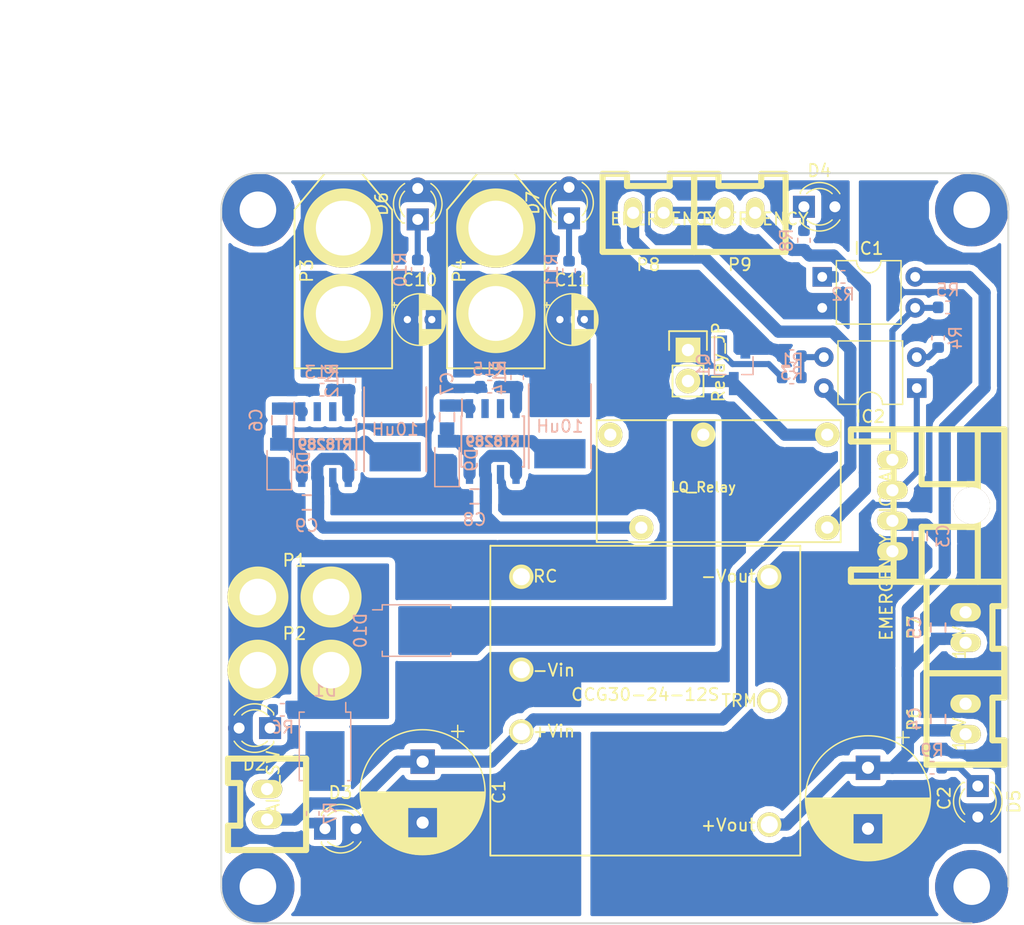
<source format=kicad_pcb>
(kicad_pcb (version 20171130) (host pcbnew "(5.0.2)-1")
  (layers (0 F.Cu signal) (31 B.Cu signal) (34 B.Paste user) (35 F.Paste user) (36 B.SilkS user) (37 F.SilkS user) (38 B.Mask user) (39 F.Mask user) (44 Edge.Cuts user))
  (net 0 "")
  (net 1 GNDPWR)
  (net 2 4Cell_BATT)
  (net 3 +12V)
  (net 4 GND)
  (net 5 "Net-(C6-Pad1)")
  (net 6 "Net-(C6-Pad2)")
  (net 7 "Net-(C7-Pad2)")
  (net 8 "Net-(C7-Pad1)")
  (net 9 +BATT)
  (net 10 7V_OUTA)
  (net 11 7V_OUTB)
  (net 12 "Net-(D2-Pad1)")
  (net 13 "Net-(D3-Pad1)")
  (net 14 "Net-(D4-Pad1)")
  (net 15 "Net-(D5-Pad1)")
  (net 16 "Net-(D6-Pad1)")
  (net 17 "Net-(D7-Pad1)")
  (net 18 /Relay_State)
  (net 19 "Net-(IC1-Pad1)")
  (net 20 /Force_Shutdown)
  (net 21 "Net-(IC2-Pad2)")
  (net 22 "Net-(IC2-Pad3)")
  (net 23 Relay_OUT)
  (net 24 "Net-(P8-Pad2)")
  (net 25 Relay_BATT)
  (net 26 "Net-(Q1-Pad1)")
  (net 27 "Net-(U1-Pad5)")
  (net 28 "Net-(U2-Pad4)")
  (net 29 DCDC_BATT)
  (net 30 "Net-(U3-Pad2)")
  (net 31 "Net-(U3-Pad3)")
  (net 32 "Net-(U4-Pad3)")
  (net 33 "Net-(U4-Pad2)")
  (net 34 "Net-(D1-Pad3)")
  (net 35 "Net-(D10-Pad3)")
  (net 36 /FB_A)
  (net 37 /FB_B)
  (module Mizz_lib:XA_2T (layer F.Cu) (at 182 43 180)
    (fp_text reference P9 (at 1.25 -4.25 180) (layer F.SilkS))
    (fp_text value EMERGENCY (at 0 -0.5 180) (layer F.SilkS))
    (pad 2 thru_hole oval (at 0 0 180) (size 1.5 2.5) (drill 1) (layers *.Cu *.Mask F.SilkS) (net 25 Relay_BATT))
    (pad 1 thru_hole oval (at 2.5 0 180) (size 1.5 2.5) (drill 1) (layers *.Cu *.Mask F.SilkS) (net 24 "Net-(P8-Pad2)"))
  )
  (module Capacitors_SMD:C_0603 (layer B.Cu) (at 195.5 69.5 90)
    (fp_text reference C3 (at 0 1.9 90) (layer B.SilkS) (effects (justify mirror)))
    (fp_text value 0.1u)
    (pad 2 smd rect (at 0.93 0 90) (size 1 1.2) (layers B.Cu B.Paste B.Mask) (net 3 +12V))
    (pad 1 smd rect (at -0.95 0 90) (size 1 1.2) (layers B.Cu B.Paste B.Mask) (net 4 GND))
  )
  (module Capacitors_SMD:C_0603 (layer B.Cu) (at 197 84.5 270)
    (fp_text reference C4 (at 0 1.9 270) (layer B.SilkS) (effects (justify mirror)))
    (fp_text value 0.1u)
    (pad 1 smd rect (at -0.95 0 270) (size 1 1.2) (layers B.Cu B.Paste B.Mask) (net 4 GND))
    (pad 2 smd rect (at 0.93 0 270) (size 1 1.2) (layers B.Cu B.Paste B.Mask) (net 3 +12V))
  )
  (module Capacitors_SMD:C_0603 (layer B.Cu) (at 197 77 270)
    (fp_text reference C5 (at 0 1.9 270) (layer B.SilkS) (effects (justify mirror)))
    (fp_text value 0.1u)
    (pad 1 smd rect (at -0.95 0 270) (size 1 1.2) (layers B.Cu B.Paste B.Mask) (net 4 GND))
    (pad 2 smd rect (at 0.93 0 270) (size 1 1.2) (layers B.Cu B.Paste B.Mask) (net 3 +12V))
  )
  (module Capacitors_SMD:C_0603 (layer B.Cu) (at 143 60 270)
    (fp_text reference C6 (at 0 1.9 270) (layer B.SilkS) (effects (justify mirror)))
    (fp_text value 10u)
    (pad 1 smd rect (at -0.95 0 270) (size 1 1.2) (layers B.Cu B.Paste B.Mask) (net 5 "Net-(C6-Pad1)"))
    (pad 2 smd rect (at 0.93 0 270) (size 1 1.2) (layers B.Cu B.Paste B.Mask) (net 6 "Net-(C6-Pad2)"))
  )
  (module Capacitors_SMD:C_0603 (layer B.Cu) (at 156.75 59.75 270)
    (fp_text reference C7 (at -2.75 0 270) (layer B.SilkS) (effects (justify mirror)))
    (fp_text value 10u)
    (pad 2 smd rect (at 0.93 0 270) (size 1 1.2) (layers B.Cu B.Paste B.Mask) (net 7 "Net-(C7-Pad2)"))
    (pad 1 smd rect (at -0.95 0 270) (size 1 1.2) (layers B.Cu B.Paste B.Mask) (net 8 "Net-(C7-Pad1)"))
  )
  (module Capacitors_SMD:C_0603 (layer B.Cu) (at 159 66.25)
    (fp_text reference C8 (at 0 1.9) (layer B.SilkS) (effects (justify mirror)))
    (fp_text value 10u)
    (pad 2 smd rect (at 0.93 0) (size 1 1.2) (layers B.Cu B.Paste B.Mask) (net 29 DCDC_BATT))
    (pad 1 smd rect (at -0.95 0) (size 1 1.2) (layers B.Cu B.Paste B.Mask) (net 1 GNDPWR))
  )
  (module Capacitors_SMD:C_0603 (layer B.Cu) (at 145.25 66.75)
    (fp_text reference C9 (at 0 1.9) (layer B.SilkS) (effects (justify mirror)))
    (fp_text value 10u)
    (pad 1 smd rect (at -0.95 0) (size 1 1.2) (layers B.Cu B.Paste B.Mask) (net 1 GNDPWR))
    (pad 2 smd rect (at 0.93 0) (size 1 1.2) (layers B.Cu B.Paste B.Mask) (net 29 DCDC_BATT))
  )
  (module Capacitor_THT:CP_Radial_D4.0mm_P2.00mm (layer F.Cu) (at 153.5 51.75)
    (fp_text reference C10 (at 1 -3.25) (layer F.SilkS))
    (fp_text value 47u)
    (pad 2 thru_hole circle (at 2 0) (size 1.2 1.2) (drill 0.6) (layers *.Cu *.Mask) (net 1 GNDPWR))
    (pad 1 thru_hole rect (at 0 0) (size 1.2 1.2) (drill 0.6) (layers *.Cu *.Mask) (net 10 7V_OUTA))
  )
  (module Capacitor_THT:CP_Radial_D4.0mm_P2.00mm (layer F.Cu) (at 166 51.75)
    (fp_text reference C11 (at 1 -3.25) (layer F.SilkS))
    (fp_text value 47u)
    (pad 1 thru_hole rect (at 0 0) (size 1.2 1.2) (drill 0.6) (layers *.Cu *.Mask) (net 11 7V_OUTB))
    (pad 2 thru_hole circle (at 2 0) (size 1.2 1.2) (drill 0.6) (layers *.Cu *.Mask) (net 1 GNDPWR))
  )
  (module Package_TO_SOT_SMD:TO-277B (layer B.Cu) (at 146.75 86.75 180)
    (fp_text reference D1 (at 0 4.6) (layer B.SilkS) (effects (justify mirror)))
    (fp_text value SBR_DIODE)
    (pad 1 smd rect (at -0.97 3.15 180) (size 0.95 1) (layers B.Cu B.Paste B.Mask) (net 9 +BATT))
    (pad 3 smd rect (at 0 -1.2 180) (size 3.2 4.9) (layers B.Cu B.Mask) (net 34 "Net-(D1-Pad3)"))
    (pad 2 smd rect (at 0.97 3.15 180) (size 0.95 1) (layers B.Cu B.Paste B.Mask) (net 9 +BATT))
  )
  (module LED_THT:LED_D3.0mm_Clear (layer F.Cu) (at 142.25 85.25 180)
    (fp_text reference D2 (at 1.27 -2.96 180) (layer F.SilkS))
    (fp_text value BATT)
    (pad 1 thru_hole rect (at 0 0 180) (size 1.8 1.8) (drill 0.9) (layers *.Cu *.Mask) (net 12 "Net-(D2-Pad1)"))
    (pad 2 thru_hole circle (at 2.54 0 180) (size 1.8 1.8) (drill 0.9) (layers *.Cu *.Mask) (net 1 GNDPWR))
  )
  (module LED_THT:LED_D3.0mm_Clear (layer F.Cu) (at 146.75 93.5)
    (fp_text reference D3 (at 1.27 -2.96) (layer F.SilkS))
    (fp_text value 4Cell_BATT)
    (pad 2 thru_hole circle (at 2.54 0) (size 1.8 1.8) (drill 0.9) (layers *.Cu *.Mask) (net 1 GNDPWR))
    (pad 1 thru_hole rect (at 0 0) (size 1.8 1.8) (drill 0.9) (layers *.Cu *.Mask) (net 13 "Net-(D3-Pad1)"))
  )
  (module LED_THT:LED_D3.0mm_Clear (layer F.Cu) (at 186 42.5)
    (fp_text reference D4 (at 1.27 -2.96) (layer F.SilkS))
    (fp_text value Relay)
    (pad 1 thru_hole rect (at 0 0) (size 1.8 1.8) (drill 0.9) (layers *.Cu *.Mask) (net 14 "Net-(D4-Pad1)"))
    (pad 2 thru_hole circle (at 2.54 0) (size 1.8 1.8) (drill 0.9) (layers *.Cu *.Mask) (net 1 GNDPWR))
  )
  (module LED_THT:LED_D3.0mm_Clear (layer F.Cu) (at 200.25 90 270)
    (fp_text reference D5 (at 1.27 -2.96 270) (layer F.SilkS))
    (fp_text value 12V)
    (pad 2 thru_hole circle (at 2.54 0 270) (size 1.8 1.8) (drill 0.9) (layers *.Cu *.Mask) (net 4 GND))
    (pad 1 thru_hole rect (at 0 0 270) (size 1.8 1.8) (drill 0.9) (layers *.Cu *.Mask) (net 15 "Net-(D5-Pad1)"))
  )
  (module LED_THT:LED_D3.0mm_Clear (layer F.Cu) (at 154.35 43.54 90)
    (fp_text reference D6 (at 1.27 -2.96 90) (layer F.SilkS))
    (fp_text value OUT_A)
    (pad 1 thru_hole rect (at 0 0 90) (size 1.8 1.8) (drill 0.9) (layers *.Cu *.Mask) (net 16 "Net-(D6-Pad1)"))
    (pad 2 thru_hole circle (at 2.54 0 90) (size 1.8 1.8) (drill 0.9) (layers *.Cu *.Mask) (net 1 GNDPWR))
  )
  (module LED_THT:LED_D3.0mm_Clear (layer F.Cu) (at 166.75 43.45 90)
    (fp_text reference D7 (at 1.27 -2.96 90) (layer F.SilkS))
    (fp_text value OUT_B)
    (pad 2 thru_hole circle (at 2.54 0 90) (size 1.8 1.8) (drill 0.9) (layers *.Cu *.Mask) (net 1 GNDPWR))
    (pad 1 thru_hole rect (at 0 0 90) (size 1.8 1.8) (drill 0.9) (layers *.Cu *.Mask) (net 17 "Net-(D7-Pad1)"))
  )
  (module Diode_SMD:D_PowerDI-123 (layer B.Cu) (at 143 63.5 90)
    (fp_text reference D8 (at 0 2 90) (layer B.SilkS) (effects (justify mirror)))
    (fp_text value DIODESCH)
    (pad 1 smd rect (at -0.85 0 270) (size 2.4 1.5) (layers B.Cu B.Paste B.Mask) (net 1 GNDPWR))
    (pad 2 smd rect (at 1.525 0 270) (size 1.05 1.5) (layers B.Cu B.Paste B.Mask) (net 6 "Net-(C6-Pad2)"))
  )
  (module Diode_SMD:D_PowerDI-123 (layer B.Cu) (at 156.75 63.25 90)
    (fp_text reference D9 (at 0 2 90) (layer B.SilkS) (effects (justify mirror)))
    (fp_text value DIODESCH)
    (pad 2 smd rect (at 1.525 0 270) (size 1.05 1.5) (layers B.Cu B.Paste B.Mask) (net 7 "Net-(C7-Pad2)"))
    (pad 1 smd rect (at -0.85 0 270) (size 2.4 1.5) (layers B.Cu B.Paste B.Mask) (net 1 GNDPWR))
  )
  (module Mizz_lib:Pin_Header_Straight_1x02 (layer F.Cu) (at 176.5 54.25)
    (fp_text reference JP1 hide)
    (fp_text value Relay_JP (at 2.5 1 90) (layer F.SilkS))
    (pad 2 thru_hole oval (at 0 2.54) (size 2.032 2.032) (drill 1.016) (layers *.Cu *.Mask F.SilkS) (net 23 Relay_OUT))
    (pad 1 thru_hole rect (at 0 0) (size 2.032 2.032) (drill 1.016) (layers *.Cu *.Mask F.SilkS) (net 1 GNDPWR))
  )
  (module Mizz_lib:Inductor_Taiyo-Yuden_NR-50xx_HandSoldering (layer B.Cu) (at 152.5 60.75 90)
    (fp_text reference L1 hide)
    (fp_text value 10uH (at 0 0) (layer B.SilkS) (effects (justify mirror)))
    (pad 1 smd rect (at -2.25 0 90) (size 2.4 4.2) (layers B.Cu B.Paste B.Mask) (net 6 "Net-(C6-Pad2)"))
    (pad 2 smd rect (at 2.25 0 90) (size 2.4 4.2) (layers B.Cu B.Paste B.Mask) (net 10 7V_OUTA))
  )
  (module Mizz_lib:Inductor_Taiyo-Yuden_NR-50xx_HandSoldering (layer B.Cu) (at 166 60.5 90)
    (fp_text reference L2 hide)
    (fp_text value 10uH (at 0 0) (layer B.SilkS) (effects (justify mirror)))
    (pad 2 smd rect (at 2.25 0 90) (size 2.4 4.2) (layers B.Cu B.Paste B.Mask) (net 11 7V_OUTB))
    (pad 1 smd rect (at -2.25 0 90) (size 2.4 4.2) (layers B.Cu B.Paste B.Mask) (net 7 "Net-(C7-Pad2)"))
  )
  (module RP_KiCAD_Connector:XT60_T (layer F.Cu) (at 148.25 47.75 270)
    (fp_text reference P3 (at 0 3 270) (layer F.SilkS))
    (fp_text value OUT_A)
    (pad 2 thru_hole circle (at 3.5 0 270) (size 6.5 6.5) (drill 4.5) (layers *.Cu *.Mask F.SilkS) (net 10 7V_OUTA))
    (pad 1 thru_hole circle (at -3.5 0 270) (size 6.5 6.5) (drill 4.5) (layers *.Cu *.Mask F.SilkS) (net 1 GNDPWR))
  )
  (module RP_KiCAD_Connector:XT60_T (layer F.Cu) (at 160.75 47.75 270)
    (fp_text reference P4 (at 0 3 270) (layer F.SilkS))
    (fp_text value OUT_B)
    (pad 1 thru_hole circle (at -3.5 0 270) (size 6.5 6.5) (drill 4.5) (layers *.Cu *.Mask F.SilkS) (net 1 GNDPWR))
    (pad 2 thru_hole circle (at 3.5 0 270) (size 6.5 6.5) (drill 4.5) (layers *.Cu *.Mask F.SilkS) (net 11 7V_OUTB))
  )
  (module Package_TO_SOT_SMD:SOT-23_Handsoldering (layer B.Cu) (at 180.25 55.5 270)
    (fp_text reference Q1 (at 0 2.5 270) (layer B.SilkS) (effects (justify mirror)))
    (fp_text value MOSFET_N)
    (pad 1 smd rect (at -1.5 0.95 270) (size 1.9 0.8) (layers B.Cu B.Paste B.Mask) (net 26 "Net-(Q1-Pad1)"))
    (pad 2 smd rect (at -1.5 -0.95 270) (size 1.9 0.8) (layers B.Cu B.Paste B.Mask) (net 1 GNDPWR))
    (pad 3 smd rect (at 1.5 0 270) (size 1.9 0.8) (layers B.Cu B.Paste B.Mask) (net 23 Relay_OUT))
  )
  (module Resistor_SMD:R_0603_1608Metric (layer B.Cu) (at 185 56.5 180)
    (fp_text reference R1 (at 0 1.43 180) (layer B.SilkS) (effects (justify mirror)))
    (fp_text value 10)
    (pad 1 smd roundrect (at -0.7875 0 180) (size 0.875 0.95) (layers B.Cu B.Paste B.Mask) (net 22 "Net-(IC2-Pad3)"))
    (pad 2 smd roundrect (at 0.7875 0 180) (size 0.875 0.95) (layers B.Cu B.Paste B.Mask) (net 26 "Net-(Q1-Pad1)"))
  )
  (module Resistor_SMD:R_0603_1608Metric (layer B.Cu) (at 189.2 48.25)
    (fp_text reference R2 (at 0 1.43) (layer B.SilkS) (effects (justify mirror)))
    (fp_text value 2.2k)
    (pad 1 smd roundrect (at -0.7875 0) (size 0.875 0.95) (layers B.Cu B.Paste B.Mask) (net 19 "Net-(IC1-Pad1)"))
    (pad 2 smd roundrect (at 0.7875 0) (size 0.875 0.95) (layers B.Cu B.Paste B.Mask) (net 25 Relay_BATT))
  )
  (module Resistor_SMD:R_0603_1608Metric (layer B.Cu) (at 185 54.75)
    (fp_text reference R3 (at 0 1.43) (layer B.SilkS) (effects (justify mirror)))
    (fp_text value 10k)
    (pad 1 smd roundrect (at -0.7875 0) (size 0.875 0.95) (layers B.Cu B.Paste B.Mask) (net 1 GNDPWR))
    (pad 2 smd roundrect (at 0.7875 0) (size 0.875 0.95) (layers B.Cu B.Paste B.Mask) (net 22 "Net-(IC2-Pad3)"))
  )
  (module Resistor_SMD:R_0603_1608Metric (layer B.Cu) (at 197 53.25 90)
    (fp_text reference R4 (at 0 1.43 90) (layer B.SilkS) (effects (justify mirror)))
    (fp_text value 330)
    (pad 2 smd roundrect (at 0.7875 0 90) (size 0.875 0.95) (layers B.Cu B.Paste B.Mask) (net 4 GND))
    (pad 1 smd roundrect (at -0.7875 0 90) (size 0.875 0.95) (layers B.Cu B.Paste B.Mask) (net 21 "Net-(IC2-Pad2)"))
  )
  (module Resistor_SMD:R_0603_1608Metric (layer B.Cu) (at 197.7875 50.75 180)
    (fp_text reference R5 (at 0 1.43 180) (layer B.SilkS) (effects (justify mirror)))
    (fp_text value 10k)
    (pad 2 smd roundrect (at 0.7875 0 180) (size 0.875 0.95) (layers B.Cu B.Paste B.Mask) (net 18 /Relay_State))
    (pad 1 smd roundrect (at -0.7875 0 180) (size 0.875 0.95) (layers B.Cu B.Paste B.Mask) (net 4 GND))
  )
  (module Resistor_SMD:R_0603_1608Metric (layer B.Cu) (at 143.25 83.75)
    (fp_text reference R6 (at 0 1.43) (layer B.SilkS) (effects (justify mirror)))
    (fp_text value 2.2k)
    (pad 1 smd roundrect (at -0.7875 0) (size 0.875 0.95) (layers B.Cu B.Paste B.Mask) (net 12 "Net-(D2-Pad1)"))
    (pad 2 smd roundrect (at 0.7875 0) (size 0.875 0.95) (layers B.Cu B.Paste B.Mask) (net 9 +BATT))
  )
  (module Resistor_SMD:R_0603_1608Metric (layer B.Cu) (at 145.75 92.25 90)
    (fp_text reference R7 (at 0 1.43 90) (layer B.SilkS) (effects (justify mirror)))
    (fp_text value 2.2k)
    (pad 2 smd roundrect (at 0.7875 0 90) (size 0.875 0.95) (layers B.Cu B.Paste B.Mask) (net 2 4Cell_BATT))
    (pad 1 smd roundrect (at -0.7875 0 90) (size 0.875 0.95) (layers B.Cu B.Paste B.Mask) (net 13 "Net-(D3-Pad1)"))
  )
  (module Resistor_SMD:R_0603_1608Metric (layer B.Cu) (at 186 45.25 270)
    (fp_text reference R8 (at 0 1.43 270) (layer B.SilkS) (effects (justify mirror)))
    (fp_text value 2.2k)
    (pad 2 smd roundrect (at 0.7875 0 270) (size 0.875 0.95) (layers B.Cu B.Paste B.Mask) (net 25 Relay_BATT))
    (pad 1 smd roundrect (at -0.7875 0 270) (size 0.875 0.95) (layers B.Cu B.Paste B.Mask) (net 14 "Net-(D4-Pad1)"))
  )
  (module Resistor_SMD:R_0603_1608Metric (layer B.Cu) (at 196.5 88.5 180)
    (fp_text reference R9 (at 0 1.43 180) (layer B.SilkS) (effects (justify mirror)))
    (fp_text value 2.2k)
    (pad 1 smd roundrect (at -0.7875 0 180) (size 0.875 0.95) (layers B.Cu B.Paste B.Mask) (net 15 "Net-(D5-Pad1)"))
    (pad 2 smd roundrect (at 0.7875 0 180) (size 0.875 0.95) (layers B.Cu B.Paste B.Mask) (net 3 +12V))
  )
  (module Resistor_SMD:R_0603_1608Metric (layer B.Cu) (at 154.35 47.65 270)
    (fp_text reference R10 (at 0 1.43 270) (layer B.SilkS) (effects (justify mirror)))
    (fp_text value 1k)
    (pad 2 smd roundrect (at 0.7875 0 270) (size 0.875 0.95) (layers B.Cu B.Paste B.Mask) (net 10 7V_OUTA))
    (pad 1 smd roundrect (at -0.7875 0 270) (size 0.875 0.95) (layers B.Cu B.Paste B.Mask) (net 16 "Net-(D6-Pad1)"))
  )
  (module Resistor_SMD:R_0603_1608Metric (layer B.Cu) (at 166.75 47.75 270)
    (fp_text reference R11 (at 0 1.43 270) (layer B.SilkS) (effects (justify mirror)))
    (fp_text value 1k)
    (pad 1 smd roundrect (at -0.7875 0 270) (size 0.875 0.95) (layers B.Cu B.Paste B.Mask) (net 17 "Net-(D7-Pad1)"))
    (pad 2 smd roundrect (at 0.7875 0 270) (size 0.875 0.95) (layers B.Cu B.Paste B.Mask) (net 11 7V_OUTB))
  )
  (module Resistor_SMD:R_0603_1608Metric (layer B.Cu) (at 148.75 56.75 270)
    (fp_text reference R12 (at 0 1.43 270) (layer B.SilkS) (effects (justify mirror)))
    (fp_text value 10k)
    (pad 2 smd roundrect (at 0.7875 0 270) (size 0.875 0.95) (layers B.Cu B.Paste B.Mask) (net 36 /FB_A))
    (pad 1 smd roundrect (at -0.7875 0 270) (size 0.875 0.95) (layers B.Cu B.Paste B.Mask) (net 10 7V_OUTA))
  )
  (module Resistor_SMD:R_0603_1608Metric (layer B.Cu) (at 146.5 57.5 180)
    (fp_text reference R13 (at 0 1.43 180) (layer B.SilkS) (effects (justify mirror)))
    (fp_text value 2.2k)
    (pad 1 smd roundrect (at -0.7875 0 180) (size 0.875 0.95) (layers B.Cu B.Paste B.Mask) (net 36 /FB_A))
    (pad 2 smd roundrect (at 0.7875 0 180) (size 0.875 0.95) (layers B.Cu B.Paste B.Mask) (net 1 GNDPWR))
  )
  (module Resistor_SMD:R_0603_1608Metric (layer B.Cu) (at 162.5 56.5 270)
    (fp_text reference R14 (at 0 1.43 270) (layer B.SilkS) (effects (justify mirror)))
    (fp_text value 10k)
    (pad 1 smd roundrect (at -0.7875 0 270) (size 0.875 0.95) (layers B.Cu B.Paste B.Mask) (net 11 7V_OUTB))
    (pad 2 smd roundrect (at 0.7875 0 270) (size 0.875 0.95) (layers B.Cu B.Paste B.Mask) (net 37 /FB_B))
  )
  (module Resistor_SMD:R_0603_1608Metric (layer B.Cu) (at 160.25 57.25 180)
    (fp_text reference R15 (at 0 1.43 180) (layer B.SilkS) (effects (justify mirror)))
    (fp_text value 2.2k)
    (pad 2 smd roundrect (at 0.7875 0 180) (size 0.875 0.95) (layers B.Cu B.Paste B.Mask) (net 1 GNDPWR))
    (pad 1 smd roundrect (at -0.7875 0 180) (size 0.875 0.95) (layers B.Cu B.Paste B.Mask) (net 37 /FB_B))
  )
  (module Mizz_lib:CCG30-24-xxS (layer F.Cu) (at 173 83)
    (fp_text reference U1 hide)
    (fp_text value CCG30-24-12S (at 0 -0.5) (layer F.SilkS))
    (fp_text user -Vout (at 6.8 -10.2) (layer F.SilkS))
    (fp_text user TRM (at 7.7 0) (layer F.SilkS))
    (fp_text user +Vout (at 6.8 10.2) (layer F.SilkS))
    (fp_text user +Vin (at -7.5 2.5) (layer F.SilkS))
    (fp_text user -Vin (at -7.5 -2.5) (layer F.SilkS))
    (fp_text user RC (at -8.2 -10.2) (layer F.SilkS))
    (pad 1 thru_hole circle (at -10.16 -10.16) (size 2 2) (drill 1.4) (layers *.Cu *.Mask F.SilkS) (net 1 GNDPWR))
    (pad 2 thru_hole circle (at -10.16 -2.54) (size 2 2) (drill 1.4) (layers *.Cu *.Mask F.SilkS) (net 1 GNDPWR))
    (pad 3 thru_hole circle (at -10.16 2.54) (size 2 2) (drill 1.4) (layers *.Cu *.Mask F.SilkS) (net 2 4Cell_BATT))
    (pad 4 thru_hole circle (at 10.16 -10.16) (size 2 2) (drill 1.4) (layers *.Cu *.Mask F.SilkS) (net 4 GND))
    (pad 5 thru_hole circle (at 10.16 0) (size 2 2) (drill 1.4) (layers *.Cu *.Mask F.SilkS) (net 27 "Net-(U1-Pad5)"))
    (pad 6 thru_hole circle (at 10.16 10.16) (size 2 2) (drill 1.4) (layers *.Cu *.Mask F.SilkS) (net 3 +12V))
  )
  (module Mizz_lib:LQ_Relay (layer F.Cu) (at 177.75 65 180)
    (fp_text reference U2 hide)
    (fp_text value LQ_Relay (at 0 -0.5 180) (layer F.SilkS) (effects (font (size 0.8 0.8))))
    (pad 1 thru_hole circle (at -10.16 -3.81 180) (size 2 2) (drill 1) (layers *.Cu *.Mask F.SilkS) (net 25 Relay_BATT))
    (pad 2 thru_hole circle (at -10.16 3.81 180) (size 2 2) (drill 1) (layers *.Cu *.Mask F.SilkS) (net 23 Relay_OUT))
    (pad 3 thru_hole circle (at 0 3.81 180) (size 2 2) (drill 1) (layers *.Cu *.Mask F.SilkS) (net 35 "Net-(D10-Pad3)"))
    (pad 4 thru_hole circle (at 7.62 3.81 180) (size 2 2) (drill 1) (layers *.Cu *.Mask F.SilkS) (net 28 "Net-(U2-Pad4)"))
    (pad 5 thru_hole circle (at 5.08 -3.81 180) (size 2 2) (drill 1) (layers *.Cu *.Mask F.SilkS) (net 29 DCDC_BATT))
  )
  (module Mizz_lib:SOIC-8_3.9x4.9mm_Pitch1.27mm (layer B.Cu) (at 146.75 62 270)
    (fp_text reference U3 hide)
    (fp_text value RT8289 (at 0 0) (layer B.SilkS) (effects (font (size 0.8 0.8) (thickness 0.2)) (justify mirror)))
    (pad 1 smd rect (at -2.7 1.905 270) (size 1.55 0.6) (layers B.Cu B.Paste B.Mask) (net 5 "Net-(C6-Pad1)"))
    (pad 2 smd rect (at -2.7 0.635 270) (size 1.55 0.6) (layers B.Cu B.Paste B.Mask) (net 30 "Net-(U3-Pad2)"))
    (pad 3 smd rect (at -2.7 -0.635 270) (size 1.55 0.6) (layers B.Cu B.Paste B.Mask) (net 31 "Net-(U3-Pad3)"))
    (pad 4 smd rect (at -2.7 -1.905 270) (size 1.55 0.6) (layers B.Cu B.Paste B.Mask) (net 36 /FB_A))
    (pad 5 smd rect (at 2.7 -1.905 270) (size 1.55 0.6) (layers B.Cu B.Paste B.Mask) (net 29 DCDC_BATT))
    (pad 6 smd rect (at 2.7 -0.635 270) (size 1.55 0.6) (layers B.Cu B.Paste B.Mask) (net 1 GNDPWR))
    (pad 7 smd rect (at 2.7 0.635 270) (size 1.55 0.6) (layers B.Cu B.Paste B.Mask) (net 29 DCDC_BATT))
    (pad 8 smd rect (at 2.7 1.905 270) (size 1.55 0.6) (layers B.Cu B.Paste B.Mask) (net 6 "Net-(C6-Pad2)"))
  )
  (module Mizz_lib:SOIC-8_3.9x4.9mm_Pitch1.27mm (layer B.Cu) (at 160.5 61.75 270)
    (fp_text reference U4 hide)
    (fp_text value RT8289 (at 0 0) (layer B.SilkS) (effects (font (size 0.8 0.8) (thickness 0.2)) (justify mirror)))
    (pad 8 smd rect (at 2.7 1.905 270) (size 1.55 0.6) (layers B.Cu B.Paste B.Mask) (net 7 "Net-(C7-Pad2)"))
    (pad 7 smd rect (at 2.7 0.635 270) (size 1.55 0.6) (layers B.Cu B.Paste B.Mask) (net 29 DCDC_BATT))
    (pad 6 smd rect (at 2.7 -0.635 270) (size 1.55 0.6) (layers B.Cu B.Paste B.Mask) (net 1 GNDPWR))
    (pad 5 smd rect (at 2.7 -1.905 270) (size 1.55 0.6) (layers B.Cu B.Paste B.Mask) (net 29 DCDC_BATT))
    (pad 4 smd rect (at -2.7 -1.905 270) (size 1.55 0.6) (layers B.Cu B.Paste B.Mask) (net 37 /FB_B))
    (pad 3 smd rect (at -2.7 -0.635 270) (size 1.55 0.6) (layers B.Cu B.Paste B.Mask) (net 32 "Net-(U4-Pad3)"))
    (pad 2 smd rect (at -2.7 0.635 270) (size 1.55 0.6) (layers B.Cu B.Paste B.Mask) (net 33 "Net-(U4-Pad2)"))
    (pad 1 smd rect (at -2.7 1.905 270) (size 1.55 0.6) (layers B.Cu B.Paste B.Mask) (net 8 "Net-(C7-Pad1)"))
  )
  (module Capacitor_THT:CP_Radial_D10.0mm_P5.00mm (layer F.Cu) (at 154.75 88 270)
    (fp_text reference C1 (at 2.5 -6.25 270) (layer F.SilkS))
    (fp_text value 470u)
    (pad 2 thru_hole circle (at 5 0 270) (size 2 2) (drill 1) (layers *.Cu *.Mask) (net 1 GNDPWR))
    (pad 1 thru_hole rect (at 0 0 270) (size 2 2) (drill 1) (layers *.Cu *.Mask) (net 2 4Cell_BATT))
  )
  (module Capacitor_THT:CP_Radial_D10.0mm_P5.00mm (layer F.Cu) (at 191.25 88.5 270)
    (fp_text reference C2 (at 2.5 -6.25 270) (layer F.SilkS))
    (fp_text value 470u)
    (pad 1 thru_hole rect (at 0 0 270) (size 2 2) (drill 1) (layers *.Cu *.Mask) (net 3 +12V))
    (pad 2 thru_hole circle (at 5 0 270) (size 2 2) (drill 1) (layers *.Cu *.Mask) (net 4 GND))
  )
  (module Mizz_lib:PIN2 (layer F.Cu) (at 144.25 74.5 180)
    (fp_text reference P1 (at 0 3 180) (layer F.SilkS))
    (fp_text value BATT_IN)
    (pad 2 thru_hole circle (at -3 0 180) (size 5 5) (drill 3) (layers *.Cu *.Mask F.SilkS) (net 9 +BATT))
    (pad 1 thru_hole circle (at 3 0 180) (size 5 5) (drill 3) (layers *.Cu *.Mask F.SilkS) (net 1 GNDPWR))
  )
  (module Mizz_lib:PIN2 (layer F.Cu) (at 144.25 80.5 180)
    (fp_text reference P2 (at 0 3 180) (layer F.SilkS))
    (fp_text value BATT_IN)
    (pad 1 thru_hole circle (at 3 0 180) (size 5 5) (drill 3) (layers *.Cu *.Mask F.SilkS) (net 1 GNDPWR))
    (pad 2 thru_hole circle (at -3 0 180) (size 5 5) (drill 3) (layers *.Cu *.Mask F.SilkS) (net 9 +BATT))
  )
  (module Mizz_lib:XA_4LC (layer F.Cu) (at 193.25 70.75 90)
    (fp_text reference P5 hide)
    (fp_text value EMERGENCY_SIGNAL (at 0 -0.5 90) (layer F.SilkS))
    (pad 1 thru_hole oval (at 0 0 90) (size 1.5 2.5) (drill 1) (layers *.Cu *.Mask F.SilkS) (net 4 GND))
    (pad 2 thru_hole oval (at 2.5 0 90) (size 1.5 2.5) (drill 1) (layers *.Cu *.Mask F.SilkS) (net 3 +12V))
    (pad 3 thru_hole oval (at 5 0 90) (size 1.5 2.5) (drill 1) (layers *.Cu *.Mask F.SilkS) (net 20 /Force_Shutdown))
    (pad 4 thru_hole oval (at 7.5 0 90) (size 1.5 2.5) (drill 1) (layers *.Cu *.Mask F.SilkS) (net 18 /Relay_State))
    (pad "" thru_hole circle (at 3.75 6.5 90) (size 3 3) (drill 3) (layers *.Cu *.Mask F.SilkS) (clearance -0.3))
  )
  (module Mizz_lib:XA_2T (layer F.Cu) (at 199.25 85.75 90)
    (fp_text reference P6 (at 1.25 -4.25 90) (layer F.SilkS))
    (fp_text value 12V (at 0 -0.5 90) (layer F.SilkS))
    (pad 2 thru_hole oval (at 0 0 90) (size 1.5 2.5) (drill 1) (layers *.Cu *.Mask F.SilkS) (net 3 +12V))
    (pad 1 thru_hole oval (at 2.5 0 90) (size 1.5 2.5) (drill 1) (layers *.Cu *.Mask F.SilkS) (net 4 GND))
  )
  (module Mizz_lib:XA_2T (layer F.Cu) (at 199.25 78.25 90)
    (fp_text reference P7 (at 1.25 -4.25 90) (layer F.SilkS))
    (fp_text value 12V (at 0 -0.5 90) (layer F.SilkS))
    (pad 1 thru_hole oval (at 2.5 0 90) (size 1.5 2.5) (drill 1) (layers *.Cu *.Mask F.SilkS) (net 4 GND))
    (pad 2 thru_hole oval (at 0 0 90) (size 1.5 2.5) (drill 1) (layers *.Cu *.Mask F.SilkS) (net 3 +12V))
  )
  (module Mizz_lib:XA_2T (layer F.Cu) (at 174.5 43 180)
    (fp_text reference P8 (at 1.25 -4.25 180) (layer F.SilkS))
    (fp_text value EMERGENCY (at 0 -0.5 180) (layer F.SilkS))
    (pad 1 thru_hole oval (at 2.5 0 180) (size 1.5 2.5) (drill 1) (layers *.Cu *.Mask F.SilkS) (net 2 4Cell_BATT))
    (pad 2 thru_hole oval (at 0 0 180) (size 1.5 2.5) (drill 1) (layers *.Cu *.Mask F.SilkS) (net 24 "Net-(P8-Pad2)"))
  )
  (module Mizz_lib:XA_2T (layer F.Cu) (at 142 90.25 270)
    (fp_text reference P10 hide)
    (fp_text value MAIN_SW (at 0 -0.5 270) (layer F.SilkS))
    (pad 2 thru_hole oval (at 0 0 270) (size 1.5 2.5) (drill 1) (layers *.Cu *.Mask F.SilkS) (net 34 "Net-(D1-Pad3)"))
    (pad 1 thru_hole oval (at 2.5 0 270) (size 1.5 2.5) (drill 1) (layers *.Cu *.Mask F.SilkS) (net 2 4Cell_BATT))
  )
  (module Package_TO_SOT_SMD:TO-277B (layer B.Cu) (at 154.25 77.25 270)
    (fp_text reference D10 (at 0 4.6 90) (layer B.SilkS) (effects (justify mirror)))
    (fp_text value SBR_DIODE)
    (pad 1 smd rect (at -0.97 3.15 270) (size 0.95 1) (layers B.Cu B.Paste B.Mask) (net 9 +BATT))
    (pad 3 smd rect (at 0 -1.2 270) (size 3.2 4.9) (layers B.Cu B.Mask) (net 35 "Net-(D10-Pad3)"))
    (pad 2 smd rect (at 0.97 3.15 270) (size 0.95 1) (layers B.Cu B.Paste B.Mask) (net 9 +BATT))
  )
  (module Package_DIP:DIP-4_W7.62mm (layer F.Cu) (at 187.5 48.25)
    (fp_text reference IC1 (at 3.81 -2.33) (layer F.SilkS))
    (fp_text value TLP291)
    (pad 1 thru_hole rect (at 0 0) (size 1.6 1.6) (drill 0.8) (layers *.Cu *.Mask) (net 19 "Net-(IC1-Pad1)"))
    (pad 3 thru_hole oval (at 7.62 2.54) (size 1.6 1.6) (drill 0.8) (layers *.Cu *.Mask) (net 18 /Relay_State))
    (pad 2 thru_hole oval (at 0 2.54) (size 1.6 1.6) (drill 0.8) (layers *.Cu *.Mask) (net 1 GNDPWR))
    (pad 4 thru_hole oval (at 7.62 0) (size 1.6 1.6) (drill 0.8) (layers *.Cu *.Mask) (net 3 +12V))
  )
  (module Package_DIP:DIP-4_W7.62mm (layer F.Cu) (at 195.25 57.37 180)
    (fp_text reference IC2 (at 3.81 -2.33 180) (layer F.SilkS))
    (fp_text value TLP291)
    (pad 4 thru_hole oval (at 7.62 0 180) (size 1.6 1.6) (drill 0.8) (layers *.Cu *.Mask) (net 2 4Cell_BATT))
    (pad 2 thru_hole oval (at 0 2.54 180) (size 1.6 1.6) (drill 0.8) (layers *.Cu *.Mask) (net 21 "Net-(IC2-Pad2)"))
    (pad 3 thru_hole oval (at 7.62 2.54 180) (size 1.6 1.6) (drill 0.8) (layers *.Cu *.Mask) (net 22 "Net-(IC2-Pad3)"))
    (pad 1 thru_hole rect (at 0 0 180) (size 1.6 1.6) (drill 0.8) (layers *.Cu *.Mask) (net 20 /Force_Shutdown))
  )
  (gr_arc (start 199.75 42.75) (end 202.75 42.75) (angle -90) (layer Edge.Cuts) (width 0.2))
  (gr_arc (start 141.25 42.75) (end 141.25 39.75) (angle -90) (layer Edge.Cuts) (width 0.15))
  (gr_arc (start 141.25 98.25) (end 138.25 98.25) (angle -90) (layer Edge.Cuts) (width 0.15))
  (gr_line (start 199.75 101.25) (end 141.25 101.25) (layer Edge.Cuts) (width 0.15))
  (gr_line (start 202.75 42.75) (end 202.75 98.25) (layer Edge.Cuts) (width 0.15))
  (gr_line (start 141.25 39.75) (end 199.75 39.75) (layer Edge.Cuts) (width 0.15))
  (gr_line (start 138.25 98.25) (end 138.25 42.75) (layer Edge.Cuts) (width 0.15))
  (via (at 199.75 98.25) (size 6) (drill 3) (layers F.Cu B.Cu) (net 0))
  (via (at 141.25 42.75) (size 6) (drill 3) (layers F.Cu B.Cu) (net 0))
  (via (at 141.25 98.25) (size 6) (drill 3) (layers F.Cu B.Cu) (net 0))
  (via (at 199.75 42.75) (size 6) (drill 3) (layers F.Cu B.Cu) (net 0))
  (segment (start 187.5 50.79) (end 186.28 50.79) (width 0.5) (layer B.Cu) (net 1))
  (segment (start 186.28 50.79) (end 180.75 45.26) (width 0.5) (layer B.Cu) (net 1))
  (segment (start 180.75 45.26) (end 174 45.26) (width 0.5) (layer B.Cu) (net 1))
  (segment (start 173.20001 44.46001) (end 173.20001 41.43001) (width 0.5) (layer B.Cu) (net 1))
  (segment (start 174 45.26) (end 173.20001 44.46001) (width 0.5) (layer B.Cu) (net 1))
  (segment (start 172.68 40.91) (end 166.75 40.91) (width 0.5) (layer B.Cu) (net 1))
  (segment (start 173.20001 41.43001) (end 172.68 40.91) (width 0.5) (layer B.Cu) (net 1))
  (segment (start 144.25 92.75) (end 145.57 91.43) (width 1) (layer B.Cu) (net 2))
  (segment (start 142 92.75) (end 144.25 92.75) (width 1) (layer B.Cu) (net 2))
  (segment (start 145.57 91.43) (end 149.32 91.43) (width 1) (layer B.Cu) (net 2))
  (segment (start 152.75 88) (end 154.75 88) (width 1) (layer B.Cu) (net 2))
  (segment (start 149.32 91.43) (end 152.75 88) (width 1) (layer B.Cu) (net 2))
  (segment (start 160.38 88) (end 162.84 85.54) (width 1) (layer B.Cu) (net 2))
  (segment (start 154.75 88) (end 160.38 88) (width 1) (layer B.Cu) (net 2))
  (segment (start 162.84 85.54) (end 163.839999 84.540001) (width 1) (layer B.Cu) (net 2))
  (segment (start 163.839999 84.540001) (end 179.329999 84.540001) (width 1) (layer B.Cu) (net 2))
  (segment (start 179.329999 84.540001) (end 180.93 82.94) (width 1) (layer B.Cu) (net 2))
  (segment (start 180.93 82.94) (end 180.93 72.619999) (width 1) (layer B.Cu) (net 2))
  (segment (start 180.93 72.619999) (end 182.41 71.139999) (width 1) (layer B.Cu) (net 2))
  (segment (start 182.41 71.139999) (end 182.460001 71.139999) (width 1) (layer B.Cu) (net 2))
  (segment (start 189.8 59.54) (end 187.63 57.37) (width 1) (layer B.Cu) (net 2))
  (segment (start 189.8 63.8) (end 189.8 59.54) (width 1) (layer B.Cu) (net 2))
  (segment (start 182.460001 71.139999) (end 189.8 63.8) (width 1) (layer B.Cu) (net 2))
  (segment (start 189.8 54.19) (end 189.8 59.54) (width 1) (layer B.Cu) (net 2))
  (segment (start 172 43) (end 172 45.25) (width 1) (layer B.Cu) (net 2))
  (segment (start 172 45.25) (end 173.41 46.66) (width 1) (layer B.Cu) (net 2))
  (segment (start 177.83 46.66) (end 183.91 52.74) (width 1) (layer B.Cu) (net 2))
  (segment (start 173.41 46.66) (end 177.83 46.66) (width 1) (layer B.Cu) (net 2))
  (segment (start 183.91 52.74) (end 188.35 52.74) (width 1) (layer B.Cu) (net 2))
  (segment (start 188.35 52.74) (end 189.8 54.19) (width 1) (layer B.Cu) (net 2))
  (segment (start 193.57 68.57) (end 193.25 68.25) (width 1) (layer B.Cu) (net 3))
  (segment (start 195.5 68.57) (end 193.57 68.57) (width 1) (layer B.Cu) (net 3))
  (segment (start 189.234213 88.5) (end 191.25 88.5) (width 1) (layer B.Cu) (net 3))
  (segment (start 183.16 93.16) (end 184.574213 93.16) (width 1) (layer B.Cu) (net 3))
  (segment (start 184.574213 93.16) (end 189.234213 88.5) (width 1) (layer B.Cu) (net 3))
  (segment (start 195.5 68.57) (end 195.980002 68.57) (width 1) (layer B.Cu) (net 3))
  (segment (start 195.980002 68.57) (end 197.54 70.129998) (width 1) (layer B.Cu) (net 3))
  (segment (start 197.54 70.129998) (end 197.54 72.46) (width 1) (layer B.Cu) (net 3))
  (segment (start 193.25 88.5) (end 191.25 88.5) (width 1) (layer B.Cu) (net 3))
  (segment (start 197.54 72.46) (end 194.51 75.49) (width 1) (layer B.Cu) (net 3))
  (segment (start 194.51 87.24) (end 193.25 88.5) (width 1) (layer B.Cu) (net 3))
  (segment (start 196.9 77.93) (end 197 77.93) (width 1) (layer B.Cu) (net 3))
  (segment (start 194.51 80.32) (end 196.9 77.93) (width 1) (layer B.Cu) (net 3))
  (segment (start 194.51 80.93) (end 194.51 80.32) (width 1) (layer B.Cu) (net 3))
  (segment (start 194.51 80.93) (end 194.51 87.24) (width 1) (layer B.Cu) (net 3))
  (segment (start 194.51 75.49) (end 194.51 80.93) (width 1) (layer B.Cu) (net 3))
  (segment (start 198.93 77.93) (end 199.25 78.25) (width 1) (layer B.Cu) (net 3))
  (segment (start 197 77.93) (end 198.93 77.93) (width 1) (layer B.Cu) (net 3))
  (segment (start 195.4 85.43) (end 197 85.43) (width 1) (layer B.Cu) (net 3))
  (segment (start 194.51 86.32) (end 195.4 85.43) (width 1) (layer B.Cu) (net 3))
  (segment (start 194.51 87.24) (end 194.51 86.32) (width 1) (layer B.Cu) (net 3))
  (segment (start 198.93 85.43) (end 199.25 85.75) (width 1) (layer B.Cu) (net 3))
  (segment (start 197 85.43) (end 198.93 85.43) (width 1) (layer B.Cu) (net 3))
  (segment (start 193.25 88.5) (end 195.7125 88.5) (width 1) (layer B.Cu) (net 3))
  (segment (start 195.12 48.25) (end 199.51 48.25) (width 1) (layer B.Cu) (net 3))
  (segment (start 199.51 48.25) (end 200.81 49.55) (width 1) (layer B.Cu) (net 3))
  (segment (start 200.81 49.55) (end 200.81 57.34) (width 1) (layer B.Cu) (net 3))
  (segment (start 197.54 60.61) (end 197.54 70.129998) (width 1) (layer B.Cu) (net 3))
  (segment (start 200.81 57.34) (end 197.54 60.61) (width 1) (layer B.Cu) (net 3))
  (segment (start 197.900001 49.500001) (end 193.870001 49.500001) (width 0.5) (layer B.Cu) (net 4))
  (segment (start 198.575 50.75) (end 198.575 50.175) (width 0.5) (layer B.Cu) (net 4))
  (segment (start 198.575 50.175) (end 197.900001 49.500001) (width 0.5) (layer B.Cu) (net 4))
  (segment (start 192.75 70.75) (end 191.16 69.16) (width 0.5) (layer B.Cu) (net 4))
  (segment (start 193.25 70.75) (end 192.75 70.75) (width 0.5) (layer B.Cu) (net 4))
  (segment (start 191.16 69.16) (end 191.16 67.59) (width 0.5) (layer B.Cu) (net 4))
  (segment (start 191.79999 66.95001) (end 195.33001 66.95001) (width 0.5) (layer B.Cu) (net 4))
  (segment (start 191.16 67.59) (end 191.79999 66.95001) (width 0.5) (layer B.Cu) (net 4))
  (segment (start 144.595 59.05) (end 144.845 59.3) (width 1) (layer B.Cu) (net 5))
  (segment (start 143 59.05) (end 144.595 59.05) (width 1) (layer B.Cu) (net 5))
  (segment (start 152.5 63) (end 151.25 63) (width 1) (layer B.Cu) (net 6))
  (segment (start 151.25 63) (end 150.01 61.76) (width 1) (layer B.Cu) (net 6))
  (segment (start 150.01 61.76) (end 149.795 61.975) (width 1) (layer B.Cu) (net 6))
  (segment (start 143.895 61.975) (end 143.77 61.975) (width 1) (layer B.Cu) (net 6))
  (segment (start 144.845 62.925) (end 143.895 61.975) (width 1) (layer B.Cu) (net 6))
  (segment (start 144.845 64.7) (end 144.845 62.925) (width 1) (layer B.Cu) (net 6))
  (segment (start 149.795 61.975) (end 143.77 61.975) (width 1) (layer B.Cu) (net 6))
  (segment (start 143.77 61.975) (end 143 61.975) (width 1) (layer B.Cu) (net 6))
  (segment (start 143 61.975) (end 143 60.93) (width 1) (layer B.Cu) (net 6))
  (segment (start 166 62.75) (end 164.73 62.75) (width 1) (layer B.Cu) (net 7))
  (segment (start 164.73 62.75) (end 163.705 61.725) (width 1) (layer B.Cu) (net 7))
  (segment (start 157.645 61.725) (end 157.61 61.725) (width 1) (layer B.Cu) (net 7))
  (segment (start 158.595 62.675) (end 157.645 61.725) (width 1) (layer B.Cu) (net 7))
  (segment (start 158.595 64.45) (end 158.595 62.675) (width 1) (layer B.Cu) (net 7))
  (segment (start 163.705 61.725) (end 157.61 61.725) (width 1) (layer B.Cu) (net 7))
  (segment (start 157.61 61.725) (end 156.75 61.725) (width 1) (layer B.Cu) (net 7))
  (segment (start 156.75 61.725) (end 156.75 60.68) (width 1) (layer B.Cu) (net 7))
  (segment (start 158.345 58.8) (end 158.595 59.05) (width 1) (layer B.Cu) (net 8))
  (segment (start 156.75 58.8) (end 158.345 58.8) (width 1) (layer B.Cu) (net 8))
  (segment (start 142.4625 85.0375) (end 142.25 85.25) (width 0.5) (layer B.Cu) (net 12))
  (segment (start 142.4625 83.75) (end 142.4625 85.0375) (width 0.5) (layer B.Cu) (net 12))
  (segment (start 146.2875 93.0375) (end 146.75 93.5) (width 0.5) (layer B.Cu) (net 13))
  (segment (start 145.75 93.0375) (end 146.2875 93.0375) (width 0.5) (layer B.Cu) (net 13))
  (segment (start 186 44.4625) (end 186 42.5) (width 0.5) (layer B.Cu) (net 14))
  (segment (start 198.75 88.5) (end 200.25 90) (width 0.5) (layer B.Cu) (net 15))
  (segment (start 197.2875 88.5) (end 198.75 88.5) (width 0.5) (layer B.Cu) (net 15))
  (segment (start 154.35 46.8625) (end 154.35 43.54) (width 0.5) (layer B.Cu) (net 16))
  (segment (start 166.75 46.9625) (end 166.75 43.45) (width 0.5) (layer B.Cu) (net 17))
  (segment (start 193.25 52.66) (end 195.12 50.79) (width 0.5) (layer B.Cu) (net 18))
  (segment (start 193.25 63.25) (end 193.25 52.66) (width 0.5) (layer B.Cu) (net 18))
  (segment (start 196.96 50.79) (end 197 50.75) (width 0.5) (layer B.Cu) (net 18))
  (segment (start 195.12 50.79) (end 196.96 50.79) (width 0.5) (layer B.Cu) (net 18))
  (segment (start 187.5 48.25) (end 188.4125 48.25) (width 0.5) (layer B.Cu) (net 19))
  (segment (start 193.75 65.75) (end 193.25 65.75) (width 0.5) (layer B.Cu) (net 20))
  (segment (start 195.25 64.25) (end 193.75 65.75) (width 0.5) (layer B.Cu) (net 20))
  (segment (start 195.25 57.37) (end 195.25 64.25) (width 0.5) (layer B.Cu) (net 20))
  (segment (start 196.2075 54.83) (end 197 54.0375) (width 0.5) (layer B.Cu) (net 21))
  (segment (start 195.25 54.83) (end 196.2075 54.83) (width 0.5) (layer B.Cu) (net 21))
  (segment (start 185.8675 54.83) (end 185.7875 54.75) (width 0.5) (layer B.Cu) (net 22))
  (segment (start 187.63 54.83) (end 185.8675 54.83) (width 0.5) (layer B.Cu) (net 22))
  (segment (start 185.7875 54.75) (end 185.7875 56.5) (width 0.5) (layer B.Cu) (net 22))
  (segment (start 180.04 56.79) (end 180.25 57) (width 1) (layer B.Cu) (net 23))
  (segment (start 176.5 56.79) (end 180.04 56.79) (width 1) (layer B.Cu) (net 23))
  (segment (start 184.44 61.19) (end 180.25 57) (width 1) (layer B.Cu) (net 23))
  (segment (start 187.91 61.19) (end 184.44 61.19) (width 1) (layer B.Cu) (net 23))
  (segment (start 179.5 43) (end 174.5 43) (width 1) (layer B.Cu) (net 24))
  (segment (start 188.909999 67.810001) (end 188.909999 67.790001) (width 1) (layer B.Cu) (net 25))
  (segment (start 187.91 68.81) (end 188.909999 67.810001) (width 1) (layer B.Cu) (net 25))
  (segment (start 188.909999 67.790001) (end 191 65.7) (width 1) (layer B.Cu) (net 25))
  (segment (start 190.449112 48.711612) (end 189.9875 48.25) (width 1) (layer B.Cu) (net 25))
  (segment (start 191.00001 49.26251) (end 190.449112 48.711612) (width 1) (layer B.Cu) (net 25))
  (segment (start 191.00001 64.29706) (end 191.00001 49.26251) (width 1) (layer B.Cu) (net 25))
  (segment (start 191 64.29707) (end 191.00001 64.29706) (width 1) (layer B.Cu) (net 25))
  (segment (start 191 65.7) (end 191 64.29707) (width 1) (layer B.Cu) (net 25))
  (segment (start 191.00001 49.063184) (end 191.00001 49.26251) (width 1) (layer B.Cu) (net 25))
  (segment (start 188.435938 46.499112) (end 191.00001 49.063184) (width 1) (layer B.Cu) (net 25))
  (segment (start 186.461612 46.499112) (end 188.435938 46.499112) (width 1) (layer B.Cu) (net 25))
  (segment (start 186 46.0375) (end 186.461612 46.499112) (width 1) (layer B.Cu) (net 25))
  (segment (start 185.0375 46.0375) (end 182 43) (width 1) (layer B.Cu) (net 25))
  (segment (start 186 46.0375) (end 185.0375 46.0375) (width 1) (layer B.Cu) (net 25))
  (segment (start 179.3 54.55) (end 179.3 54) (width 0.5) (layer B.Cu) (net 26))
  (segment (start 180.150001 55.400001) (end 179.3 54.55) (width 0.5) (layer B.Cu) (net 26))
  (segment (start 183.112501 55.400001) (end 180.150001 55.400001) (width 0.5) (layer B.Cu) (net 26))
  (segment (start 184.2125 56.5) (end 183.112501 55.400001) (width 0.5) (layer B.Cu) (net 26))
  (segment (start 159.93 67.85) (end 159.93 66.25) (width 1) (layer B.Cu) (net 29))
  (segment (start 160.89 68.81) (end 159.93 67.85) (width 1) (layer B.Cu) (net 29))
  (segment (start 172.67 68.81) (end 160.89 68.81) (width 1) (layer B.Cu) (net 29))
  (segment (start 146.115 63.634998) (end 146.574988 63.17501) (width 1) (layer B.Cu) (net 29))
  (segment (start 146.115 64.7) (end 146.115 63.634998) (width 1) (layer B.Cu) (net 29))
  (segment (start 146.574988 63.17501) (end 148.17501 63.17501) (width 1) (layer B.Cu) (net 29))
  (segment (start 148.655 63.655) (end 148.655 64.7) (width 1) (layer B.Cu) (net 29))
  (segment (start 148.17501 63.17501) (end 148.655 63.655) (width 1) (layer B.Cu) (net 29))
  (segment (start 146.18 64.765) (end 146.115 64.7) (width 1) (layer B.Cu) (net 29))
  (segment (start 146.18 66.75) (end 146.18 64.765) (width 1) (layer B.Cu) (net 29))
  (segment (start 146.18 68.35) (end 146.18 66.75) (width 1) (layer B.Cu) (net 29))
  (segment (start 146.64 68.81) (end 146.18 68.35) (width 1) (layer B.Cu) (net 29))
  (segment (start 160.89 68.81) (end 146.64 68.81) (width 1) (layer B.Cu) (net 29))
  (segment (start 159.93 64.515) (end 159.865 64.45) (width 1) (layer B.Cu) (net 29))
  (segment (start 159.93 66.25) (end 159.93 64.515) (width 1) (layer B.Cu) (net 29))
  (segment (start 159.865 63.384998) (end 160.324988 62.92501) (width 1) (layer B.Cu) (net 29))
  (segment (start 159.865 64.45) (end 159.865 63.384998) (width 1) (layer B.Cu) (net 29))
  (segment (start 160.324988 62.92501) (end 161.88501 62.92501) (width 1) (layer B.Cu) (net 29))
  (segment (start 162.405 63.445) (end 162.405 64.45) (width 1) (layer B.Cu) (net 29))
  (segment (start 161.88501 62.92501) (end 162.405 63.445) (width 1) (layer B.Cu) (net 29))
  (segment (start 144.3 87.95) (end 142 90.25) (width 1) (layer B.Cu) (net 34))
  (segment (start 146.75 87.95) (end 144.3 87.95) (width 1) (layer B.Cu) (net 34))
  (segment (start 148.655 57.6325) (end 148.75 57.5375) (width 1) (layer B.Cu) (net 36))
  (segment (start 148.655 59.3) (end 148.655 57.6325) (width 1) (layer B.Cu) (net 36))
  (segment (start 147.325 57.5375) (end 147.2875 57.5) (width 1) (layer B.Cu) (net 36))
  (segment (start 148.75 57.5375) (end 147.325 57.5375) (width 1) (layer B.Cu) (net 36))
  (segment (start 162.405 57.3825) (end 162.5 57.2875) (width 1) (layer B.Cu) (net 37))
  (segment (start 162.405 59.05) (end 162.405 57.3825) (width 1) (layer B.Cu) (net 37))
  (segment (start 161.075 57.2875) (end 161.0375 57.25) (width 1) (layer B.Cu) (net 37))
  (segment (start 162.5 57.2875) (end 161.075 57.2875) (width 1) (layer B.Cu) (net 37))
  (zone (net 9) (net_name +BATT) (layer B.Cu) (priority 1) (connect_pads yes (clearance 0.508)) (min_thickness 0.254) (fill yes (arc_segments 16) (thermal_gap 0.508) (thermal_bridge_width 0.508))
    (polygon (pts (xy 144.5 71.75) (xy 144.5 83) (xy 143.5 83) (xy 143.5 84.5) (xy 150 84.5) (xy 152 84.5) (xy 152 71.75)))
  )
  (zone (net 35) (net_name "Net-(D10-Pad3)") (layer B.Cu) (priority 1) (connect_pads yes (clearance 0.508)) (min_thickness 0.254) (fill yes (arc_segments 16) (thermal_gap 0.508) (thermal_bridge_width 0.508))
    (polygon (pts (xy 152.75 79.25) (xy 153.75 79.25) (xy 157.75 79.25) (xy 159.25 79.25) (xy 160 78.5) (xy 162.75 78.5) (xy 178.75 78.5) (xy 178.75 71.75) (xy 178.75 61.5) (xy 178.75 60) (xy 175.25 60) (xy 175.25 63.25) (xy 175.25 73) (xy 175.25 74.5) (xy 175.25 75.25) (xy 162.5 75.25) (xy 152.75 75.25)))
  )
  (zone (net 1) (net_name GNDPWR) (layer B.Cu) (connect_pads yes (clearance 0.508)) (min_thickness 0.254) (fill yes (arc_segments 16) (thermal_gap 0.508) (thermal_bridge_width 0.508))
    (polygon (pts (xy 138.25 101.25) (xy 138.25 39.75) (xy 189.75 39.75) (xy 189.75 70) (xy 181.25 70) (xy 181.25 78.5) (xy 181.25 79.5) (xy 181.25 81.5) (xy 167.75 81.5) (xy 167.75 101.25)))
  )
  (zone (net 4) (net_name GND) (layer B.Cu) (connect_pads yes (clearance 0.508)) (min_thickness 0.254) (fill yes (arc_segments 16) (thermal_gap 0.508) (thermal_bridge_width 0.508))
    (polygon (pts (xy 190.5 39.75) (xy 190.5 70.75) (xy 182 70.75) (xy 182 82.25) (xy 168.5 82.25) (xy 168.5 101.25) (xy 202.75 101.25) (xy 202.75 39.75)))
  )
  (zone (net 10) (net_name 7V_OUTA) (layer B.Cu) (priority 1) (connect_pads yes (clearance 0.508)) (min_thickness 0.254) (fill yes (arc_segments 16) (thermal_gap 0.508) (thermal_bridge_width 0.508))
    (polygon (pts (xy 154.75 59.75) (xy 149.75 59.75) (xy 149.75 56.75) (xy 149.75 56.5) (xy 144.75 56.5) (xy 144.75 47.75) (xy 149 47.75) (xy 155 47.75) (xy 155 50.25) (xy 154.5 50.75) (xy 154.5 52.75) (xy 154.75 53)))
  )
  (zone (net 11) (net_name 7V_OUTB) (layer B.Cu) (priority 1) (connect_pads yes (clearance 0.508)) (min_thickness 0.254) (fill yes (arc_segments 16) (thermal_gap 0.508) (thermal_bridge_width 0.508))
    (polygon (pts (xy 157.25 47.75) (xy 157.25 56.5) (xy 161.75 56.5) (xy 163.5 56.5) (xy 163.5 59.75) (xy 168.5 59.75) (xy 168.5 53.25) (xy 167 52.5) (xy 167 50.75) (xy 167.75 50) (xy 167.75 47.75)))
  )
  (zone (net 0) (net_name "") (layer B.Cu) (connect_pads (clearance 0.508)) (min_thickness 0.254)
    (keepout (tracks allowed) (vias allowed) (copperpour not_allowed))
    (fill (arc_segments 16) (thermal_gap 0.508) (thermal_bridge_width 0.508))
    (polygon (pts (xy 192.75 62.25) (xy 192.75 47) (xy 190.5 47) (xy 190.5 47.5) (xy 191.75 48.5) (xy 191.75 54.75) (xy 191.75 59.25) (xy 191.75 62.25)))
  )
)
</source>
